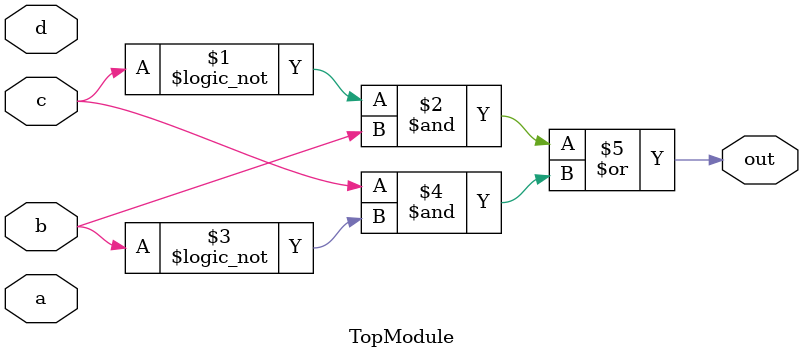
<source format=sv>
module TopModule(
    input wire a,
    input wire b,
    input wire c,
    input wire d,
    output wire out
);

    // Combinational logic derived from the Karnaugh map
    assign out = (!c & b) | (c & !b);

endmodule
</source>
